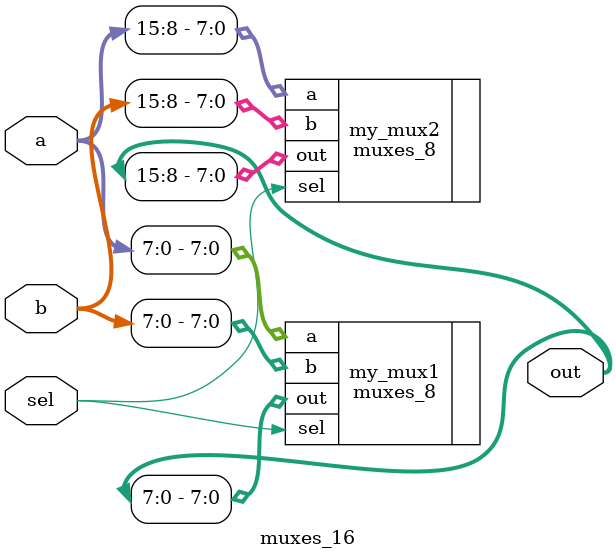
<source format=v>
module muxes_16(a, b, sel, out);

	input [15:0] a,b;
	input sel;
	output [15:0] out;
	
	muxes_8 my_mux1(.a(a[7:0]), .b(b[7:0]), .sel(sel), .out(out[7:0]));
	muxes_8 my_mux2(.a(a[15:8]), .b(b[15:8]), .sel(sel), .out(out[15:8]));

	
endmodule

</source>
